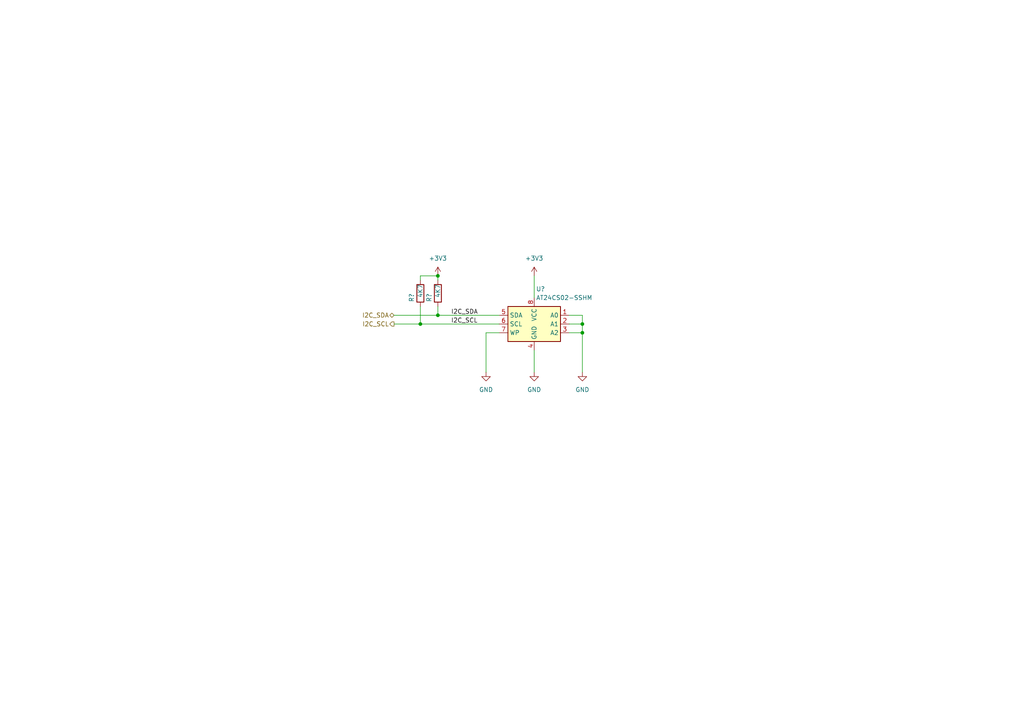
<source format=kicad_sch>
(kicad_sch (version 20211123) (generator eeschema)
  (paper "A4")
  (lib_symbols
    (symbol "Device:R" (pin_numbers hide) (pin_names (offset 0))
      (property "Reference" "R" (at 2.032 0 90))
      (property "Value" "R" (at 0 0 90))
      (symbol "R_0_1"
        (rectangle (start -1.016 -2.54) (end 1.016 2.54) (stroke (width 0.254)))
      )
      (symbol "R_1_1"
        (pin passive line (at 0 3.81 270) (length 1.27) (name "~") (number "1"))
        (pin passive line (at 0 -3.81 90) (length 1.27) (name "~") (number "2"))
      )
    )
    (symbol "Memory_EEPROM:AT24CS02-SSHM"
      (property "Reference" "U" (at -7.62 6.35 0))
      (property "Value" "AT24CS02-SSHM" (at 2.54 -6.35 0))
      (symbol "AT24CS02-SSHM_1_1"
        (rectangle (start -7.62 5.08) (end 7.62 -5.08) (stroke (width 0.254)) (fill (type background)))
        (pin input line (at -10.16 2.54 0) (length 2.54) (name "A0") (number "1"))
        (pin input line (at -10.16 0 0) (length 2.54) (name "A1") (number "2"))
        (pin input line (at -10.16 -2.54 0) (length 2.54) (name "A2") (number "3"))
        (pin power_in line (at 0 -7.62 90) (length 2.54) (name "GND") (number "4"))
        (pin bidirectional line (at 10.16 2.54 180) (length 2.54) (name "SDA") (number "5"))
        (pin input line (at 10.16 0 180) (length 2.54) (name "SCL") (number "6"))
        (pin input line (at 10.16 -2.54 180) (length 2.54) (name "WP") (number "7"))
        (pin power_in line (at 0 7.62 270) (length 2.54) (name "VCC") (number "8"))
      )
    )
    (symbol "power:+3.3V" (power) (pin_names (offset 0))
      (property "Value" "+3.3V" (at 0 3.556 0))
      (symbol "+3.3V_0_1"
        (polyline (pts (xy -0.762 1.27) (xy 0 2.54)))
        (polyline (pts (xy 0 0) (xy 0 2.54)))
        (polyline (pts (xy 0 2.54) (xy 0.762 1.27)))
      )
      (symbol "+3.3V_1_1"
        (pin power_in line (at 0 0 90) (length 0) hide (name "+3V3") (number "1"))
      )
    )
    (symbol "power:GND" (power) (pin_names (offset 0))
      (property "Value" "GND" (at 0 -3.81 0))
      (symbol "GND_0_1"
        (polyline (pts (xy 0 0) (xy 0 -1.27) (xy 1.27 -1.27) (xy 0 -2.54) (xy -1.27 -1.27) (xy 0 -1.27)))
      )
      (symbol "GND_1_1"
        (pin power_in line (at 0 0 270) (length 0) hide (name "GND") (number "1"))
      )
    )
  )
  (junction (at 168.91 93.98))
  (junction (at 127 91.44))
  (junction (at 127 80.01))
  (junction (at 168.91 96.52))
  (junction (at 121.92 93.98))
  (wire (pts (xy 140.97 96.52) (xy 144.78 96.52)))
  (wire (pts (xy 168.91 93.98) (xy 168.91 96.52)))
  (wire (pts (xy 114.3 91.44) (xy 127 91.44)))
  (wire (pts (xy 121.92 81.28) (xy 121.92 80.01)))
  (wire (pts (xy 168.91 91.44) (xy 168.91 93.98)))
  (wire (pts (xy 165.1 93.98) (xy 168.91 93.98)))
  (wire (pts (xy 154.94 80.01) (xy 154.94 86.36)))
  (wire (pts (xy 121.92 80.01) (xy 127 80.01)))
  (wire (pts (xy 140.97 96.52) (xy 140.97 107.95)))
  (wire (pts (xy 154.94 101.6) (xy 154.94 107.95)))
  (wire (pts (xy 121.92 93.98) (xy 144.78 93.98)))
  (wire (pts (xy 165.1 96.52) (xy 168.91 96.52)))
  (wire (pts (xy 127 88.9) (xy 127 91.44)))
  (wire (pts (xy 121.92 88.9) (xy 121.92 93.98)))
  (wire (pts (xy 127 91.44) (xy 144.78 91.44)))
  (wire (pts (xy 127 80.01) (xy 127 81.28)))
  (wire (pts (xy 168.91 96.52) (xy 168.91 107.95)))
  (wire (pts (xy 165.1 91.44) (xy 168.91 91.44)))
  (wire (pts (xy 114.3 93.98) (xy 121.92 93.98)))
  (label "I2C_SCL" (at 130.81 93.98 0))
  (label "I2C_SDA" (at 130.81 91.44 0))
  (hierarchical_label "I2C_SDA" (shape bidirectional) (at 114.3 91.44 180))
  (hierarchical_label "I2C_SCL" (shape output) (at 114.3 93.98 180))
  (symbol (lib_id "power:GND") (at 168.91 107.95 0) (unit 1)
    (property "Reference" "#PWR?" (effects hide))
    (property "Value" "GND" (at 168.91 113.03 0))
  )
  (symbol (lib_id "Device:R") (at 121.92 85.09 0) (unit 1)
    (property "Reference" "R?" (at 119.38 87.63 90) (effects (justify left)))
    (property "Value" "4K7" (at 121.92 86.36 90) (effects (justify left)))
  )
  (symbol (lib_id "Memory_EEPROM:AT24CS02-SSHM") (at 154.94 93.98 0) (mirror y) (unit 1)
    (property "Reference" "U?" (at 155.4606 83.82 0) (effects (justify right)))
    (property "Value" "AT24CS02-SSHM" (at 155.4606 86.36 0) (effects (justify right)))
    (property "Footprint" "Package_SO:SOIC-8_3.9x4.9mm_P1.27mm" (effects hide))
    (property "Datasheet" "http://ww1.microchip.com/downloads/en/DeviceDoc/Atmel-8815-SEEPROM-AT24CS01-02-Datasheet.pdf" (effects hide))
  )
  (symbol (lib_id "power:GND") (at 140.97 107.95 0) (unit 1)
    (property "Reference" "#PWR?" (effects hide))
    (property "Value" "GND" (at 140.97 113.03 0))
  )
  (symbol (lib_id "power:+3.3V") (at 154.94 80.01 0) (unit 1)
    (property "Reference" "#PWR?" (effects hide))
    (property "Value" "+3.3V" (at 154.94 74.93 0))
  )
  (symbol (lib_id "power:GND") (at 154.94 107.95 0) (unit 1)
    (property "Reference" "#PWR?" (effects hide))
    (property "Value" "GND" (at 154.94 113.03 0))
  )
  (symbol (lib_id "Device:R") (at 127 85.09 0) (unit 1)
    (property "Reference" "R?" (at 124.46 87.63 90) (effects (justify left)))
    (property "Value" "4K7" (at 127 86.36 90) (effects (justify left)))
  )
  (symbol (lib_id "power:+3.3V") (at 127 80.01 0) (unit 1)
    (property "Reference" "#PWR?" (effects hide))
    (property "Value" "+3.3V" (at 127 74.93 0))
  )
)
</source>
